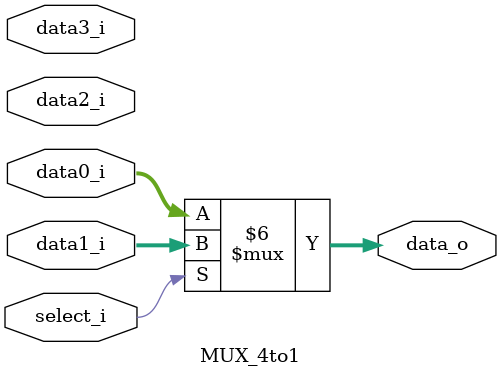
<source format=v>

module MUX_4to1(
               data0_i,
               data1_i,
			   data2_i,
			   data3_i,
               select_i,
               data_o
               );

parameter size = 0;			   
			
//I/O ports               
input   [size-1:0] data0_i;          
input   [size-1:0] data1_i;
input   [size-1:0] data2_i;
input   [size-1:0] data3_i;
input              select_i;
output  [size-1:0] data_o; 

//Internal Signals
reg     [size-1:0] data_o;

// selection
always@(*) begin
	if(select_i == 3)	
		data_o <= data3_i;
	else if(select_i == 2)
		data_o <= data2_i;
	else if(select_i == 1)
		data_o <= data1_i;
	else
		data_o <= data0_i;
end


//Main function

endmodule      
          
          
</source>
